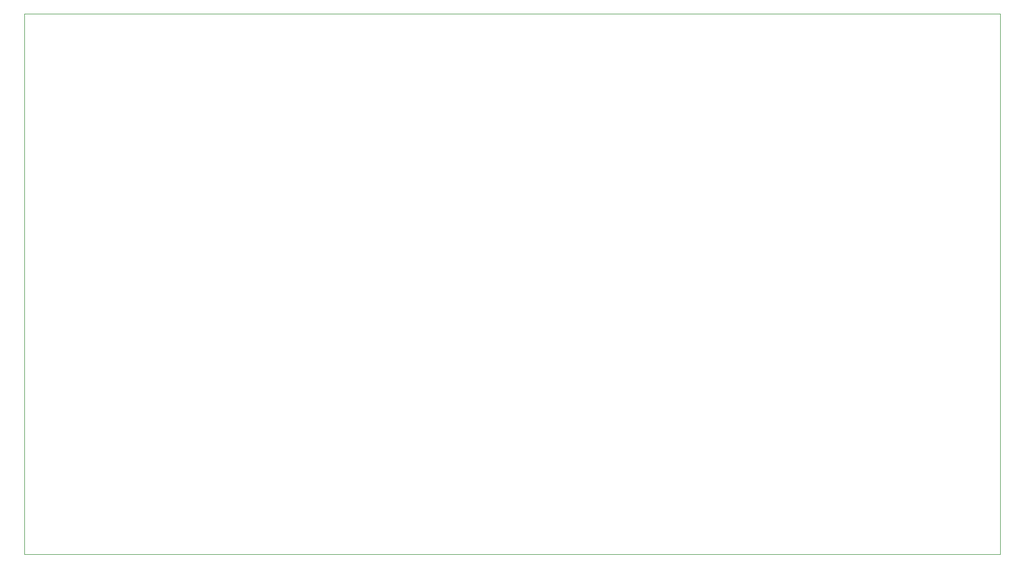
<source format=gko>
%FSLAX42Y42*%
%MOMM*%
G71*
G01*
G75*
%ADD10C,0.20*%
%ADD11O,1.00X1.80*%
%ADD12R,1.00X1.80*%
%ADD13R,3.40X3.00*%
%ADD14R,1.10X1.00*%
%ADD15R,2.20X0.60*%
%ADD16R,1.50X1.30*%
%ADD17R,2.70X3.00*%
%ADD18R,2.60X2.00*%
%ADD19R,1.80X1.00*%
%ADD20O,1.80X1.00*%
%ADD21R,1.30X1.50*%
%ADD22R,1.00X0.85*%
%ADD23R,4.00X3.50*%
%ADD24R,2.00X1.00*%
%ADD25R,7.00X2.80*%
%ADD26R,0.60X1.50*%
%ADD27R,1.80X1.60*%
%ADD28R,2.50X2.70*%
%ADD29R,17.00X11.00*%
%ADD30C,0.25*%
%ADD31C,1.50*%
%ADD32C,2.00*%
%ADD33C,0.30*%
%ADD34C,1.00*%
%ADD35C,0.80*%
%ADD36C,0.40*%
%ADD37C,0.50*%
%ADD38R,3.00X11.50*%
%ADD39R,12.25X11.00*%
%ADD40R,13.50X1.20*%
%ADD41R,3.00X4.40*%
%ADD42R,0.80X4.00*%
%ADD43R,4.55X0.80*%
%ADD44R,7.75X5.25*%
%ADD45R,11.50X1.75*%
%ADD46R,11.75X1.25*%
%ADD47R,2.25X3.90*%
%ADD48R,3.50X23.00*%
%ADD49R,8.25X7.00*%
%ADD50C,4.50*%
%ADD51C,1.50*%
%ADD52R,1.50X1.50*%
%ADD53C,3.25*%
%ADD54C,3.00*%
%ADD55R,1.30X1.30*%
%ADD56C,1.30*%
%ADD57R,1.60X1.60*%
%ADD58C,1.60*%
%ADD59C,2.00*%
%ADD60C,2.50*%
%ADD61R,1.70X1.70*%
%ADD62C,1.70*%
%ADD63C,1.40*%
%ADD64C,1.00*%
%ADD65C,0.60*%
%ADD66C,1.20*%
%ADD67C,0.90*%
%ADD68R,0.85X1.00*%
%ADD69R,1.60X1.80*%
%ADD70R,1.25X1.60*%
%ADD71O,1.25X1.60*%
%ADD72C,0.60*%
%ADD73C,0.25*%
%ADD74R,0.68X5.20*%
%ADD75C,0.13*%
%ADD76R,0.80X0.50*%
%ADD77R,1.61X0.20*%
%ADD78C,0.06*%
%ADD79R,1.70X0.40*%
%ADD80R,7.00X1.50*%
%ADD81R,3.00X12.00*%
%ADD82R,2.00X2.00*%
%ADD83R,2.00X2.00*%
%ADD84O,1.20X2.00*%
%ADD85R,1.20X2.00*%
%ADD86R,3.60X3.20*%
%ADD87R,1.30X1.20*%
%ADD88R,2.40X0.80*%
%ADD89R,1.70X1.50*%
%ADD90R,2.90X3.20*%
%ADD91R,2.80X2.20*%
%ADD92R,2.00X1.20*%
%ADD93O,2.00X1.20*%
%ADD94R,1.50X1.70*%
%ADD95R,1.20X1.05*%
%ADD96R,4.20X3.70*%
%ADD97R,2.20X1.20*%
%ADD98R,7.20X3.00*%
%ADD99R,0.80X1.70*%
%ADD100R,2.00X1.80*%
%ADD101R,2.70X2.90*%
%ADD102R,17.20X11.20*%
%ADD103C,4.70*%
%ADD104C,1.70*%
%ADD105R,1.70X1.70*%
%ADD106C,3.45*%
%ADD107C,3.20*%
%ADD108R,1.50X1.50*%
%ADD109C,1.50*%
%ADD110R,1.80X1.80*%
%ADD111C,1.80*%
%ADD112C,2.20*%
%ADD113C,2.70*%
%ADD114R,1.90X1.90*%
%ADD115C,1.90*%
%ADD116C,1.60*%
%ADD117C,1.20*%
%ADD118C,0.80*%
%ADD119C,1.40*%
%ADD120C,1.10*%
%ADD121R,1.05X1.20*%
%ADD122R,1.80X2.00*%
%ADD123R,1.45X1.80*%
%ADD124O,1.45X1.80*%
%ADD125C,0.00*%
D125*
X0Y-8650D02*
X15600D01*
Y0D01*
X0D02*
X15600D01*
X0Y-8650D02*
Y0D01*
M02*

</source>
